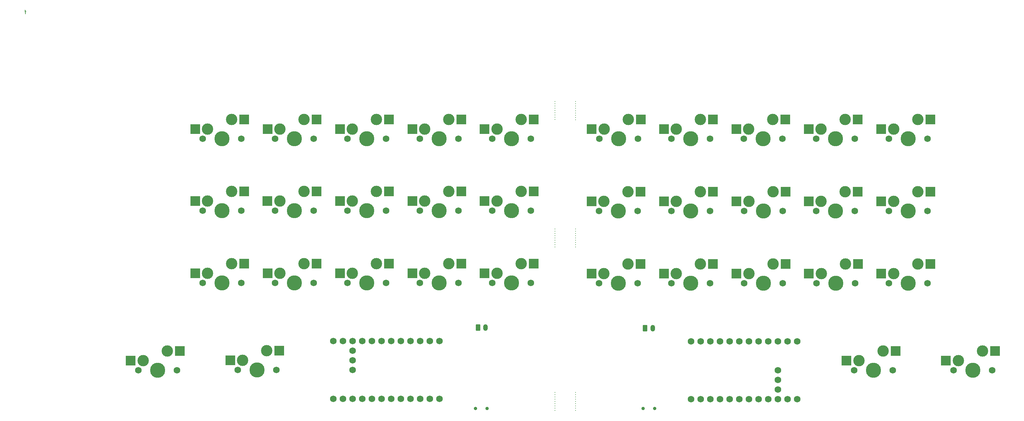
<source format=gbs>
G04 #@! TF.GenerationSoftware,KiCad,Pcbnew,(7.0.0)*
G04 #@! TF.CreationDate,2023-03-18T22:02:57+08:00*
G04 #@! TF.ProjectId,lul_left,6c756c5f-6c65-4667-942e-6b696361645f,rev?*
G04 #@! TF.SameCoordinates,Original*
G04 #@! TF.FileFunction,Soldermask,Bot*
G04 #@! TF.FilePolarity,Negative*
%FSLAX46Y46*%
G04 Gerber Fmt 4.6, Leading zero omitted, Abs format (unit mm)*
G04 Created by KiCad (PCBNEW (7.0.0)) date 2023-03-18 22:02:57*
%MOMM*%
%LPD*%
G01*
G04 APERTURE LIST*
G04 Aperture macros list*
%AMRoundRect*
0 Rectangle with rounded corners*
0 $1 Rounding radius*
0 $2 $3 $4 $5 $6 $7 $8 $9 X,Y pos of 4 corners*
0 Add a 4 corners polygon primitive as box body*
4,1,4,$2,$3,$4,$5,$6,$7,$8,$9,$2,$3,0*
0 Add four circle primitives for the rounded corners*
1,1,$1+$1,$2,$3*
1,1,$1+$1,$4,$5*
1,1,$1+$1,$6,$7*
1,1,$1+$1,$8,$9*
0 Add four rect primitives between the rounded corners*
20,1,$1+$1,$2,$3,$4,$5,0*
20,1,$1+$1,$4,$5,$6,$7,0*
20,1,$1+$1,$6,$7,$8,$9,0*
20,1,$1+$1,$8,$9,$2,$3,0*%
G04 Aperture macros list end*
%ADD10C,0.150000*%
%ADD11C,1.750000*%
%ADD12C,3.000000*%
%ADD13C,3.987800*%
%ADD14R,2.550000X2.500000*%
%ADD15C,0.300000*%
%ADD16C,0.900000*%
%ADD17C,1.752600*%
%ADD18RoundRect,0.250000X-0.350000X-0.625000X0.350000X-0.625000X0.350000X0.625000X-0.350000X0.625000X0*%
%ADD19O,1.200000X1.750000*%
G04 APERTURE END LIST*
D10*
X171428Y299285D02*
X-171428Y299285D01*
X42857Y-367380D02*
X42857Y489761D01*
X42857Y489761D02*
X0Y585000D01*
X0Y585000D02*
X-85714Y632619D01*
X-85714Y632619D02*
X-171428Y632619D01*
D11*
X244270000Y-94280000D03*
D12*
X245540000Y-91740000D03*
D13*
X249350000Y-94280000D03*
D12*
X251890000Y-89200000D03*
D11*
X254430000Y-94280000D03*
D14*
X242264999Y-91739999D03*
X255191999Y-89199999D03*
D15*
X139410000Y-28226250D03*
X139410000Y-27632500D03*
X139410000Y-27038750D03*
X139410000Y-26445000D03*
X139410000Y-25851250D03*
X139410000Y-25257500D03*
X139410000Y-24663750D03*
X139410000Y-24070000D03*
X139410000Y-23476250D03*
D11*
X122880000Y-71270000D03*
D12*
X124150000Y-68730000D03*
D13*
X127960000Y-71270000D03*
D12*
X130500000Y-66190000D03*
D11*
X133040000Y-71270000D03*
D14*
X120874999Y-68729999D03*
X133801999Y-66189999D03*
D11*
X170064120Y-71364437D03*
D12*
X171334120Y-68824437D03*
D13*
X175144120Y-71364437D03*
D12*
X177684120Y-66284437D03*
D11*
X180224120Y-71364437D03*
D14*
X168059119Y-68824436D03*
X180986119Y-66284436D03*
D15*
X144780000Y-28235000D03*
X144780000Y-27641250D03*
X144780000Y-27047500D03*
X144780000Y-26453750D03*
X144780000Y-25860000D03*
X144780000Y-25266250D03*
X144780000Y-24672500D03*
X144780000Y-24078750D03*
X144780000Y-23485000D03*
D11*
X218090000Y-94280000D03*
D12*
X219360000Y-91740000D03*
D13*
X223170000Y-94280000D03*
D12*
X225710000Y-89200000D03*
D11*
X228250000Y-94280000D03*
D14*
X216084999Y-91739999D03*
X229011999Y-89199999D03*
D11*
X84804654Y-33227042D03*
D12*
X86074654Y-30687042D03*
D13*
X89884654Y-33227042D03*
D12*
X92424654Y-28147042D03*
D11*
X94964654Y-33227042D03*
D14*
X82799653Y-30687041D03*
X95726653Y-28147041D03*
D11*
X103852654Y-33237042D03*
D12*
X105122654Y-30697042D03*
D13*
X108932654Y-33237042D03*
D12*
X111472654Y-28157042D03*
D11*
X114012654Y-33237042D03*
D14*
X101847653Y-30697041D03*
X114774653Y-28157041D03*
D11*
X170074120Y-33284437D03*
D12*
X171344120Y-30744437D03*
D13*
X175154120Y-33284437D03*
D12*
X177694120Y-28204437D03*
D11*
X180234120Y-33284437D03*
D14*
X168069119Y-30744436D03*
X180996119Y-28204436D03*
D11*
X189149120Y-71384437D03*
D12*
X190419120Y-68844437D03*
D13*
X194229120Y-71384437D03*
D12*
X196769120Y-66304437D03*
D11*
X199309120Y-71384437D03*
D14*
X187144119Y-68844436D03*
X200071119Y-66304436D03*
D11*
X46714654Y-33227042D03*
D12*
X47984654Y-30687042D03*
D13*
X51794654Y-33227042D03*
D12*
X54334654Y-28147042D03*
D11*
X56874654Y-33227042D03*
D14*
X44709653Y-30687041D03*
X57636653Y-28147041D03*
D11*
X55939654Y-94267042D03*
D12*
X57209654Y-91727042D03*
D13*
X61019654Y-94267042D03*
D12*
X63559654Y-89187042D03*
D11*
X66099654Y-94267042D03*
D14*
X53934653Y-91727041D03*
X66861653Y-89187041D03*
D11*
X151029120Y-33256937D03*
D12*
X152299120Y-30716937D03*
D13*
X156109120Y-33256937D03*
D12*
X158649120Y-28176937D03*
D11*
X161189120Y-33256937D03*
D14*
X149024119Y-30716936D03*
X161951119Y-28176936D03*
D11*
X151017120Y-52304437D03*
D12*
X152287120Y-49764437D03*
D13*
X156097120Y-52304437D03*
D12*
X158637120Y-47224437D03*
D11*
X161177120Y-52304437D03*
D14*
X149012119Y-49764436D03*
X161939119Y-47224436D03*
D11*
X189139120Y-52324437D03*
D12*
X190409120Y-49784437D03*
D13*
X194219120Y-52324437D03*
D12*
X196759120Y-47244437D03*
D11*
X199299120Y-52324437D03*
D14*
X187134119Y-49784436D03*
X200061119Y-47244436D03*
D11*
X84804654Y-71277042D03*
D12*
X86074654Y-68737042D03*
D13*
X89884654Y-71277042D03*
D12*
X92424654Y-66197042D03*
D11*
X94964654Y-71277042D03*
D14*
X82799653Y-68737041D03*
X95726653Y-66197041D03*
D16*
X162600549Y-104373882D03*
X165600549Y-104373882D03*
D15*
X144780000Y-61815000D03*
X144780000Y-61221250D03*
X144780000Y-60627500D03*
X144780000Y-60033750D03*
X144780000Y-59440000D03*
X144780000Y-58846250D03*
X144780000Y-58252500D03*
X144780000Y-57658750D03*
X144780000Y-57065000D03*
D11*
X208189120Y-71394437D03*
D12*
X209459120Y-68854437D03*
D13*
X213269120Y-71394437D03*
D12*
X215809120Y-66314437D03*
D11*
X218349120Y-71394437D03*
D14*
X206184119Y-68854436D03*
X219111119Y-66314436D03*
D11*
X84794654Y-52247042D03*
D12*
X86064654Y-49707042D03*
D13*
X89874654Y-52247042D03*
D12*
X92414654Y-47167042D03*
D11*
X94954654Y-52247042D03*
D14*
X82789653Y-49707041D03*
X95716653Y-47167041D03*
D11*
X208174120Y-52314437D03*
D12*
X209444120Y-49774437D03*
D13*
X213254120Y-52314437D03*
D12*
X215794120Y-47234437D03*
D11*
X218334120Y-52314437D03*
D14*
X206169119Y-49774436D03*
X219096119Y-47234436D03*
D11*
X103854654Y-52247042D03*
D12*
X105124654Y-49707042D03*
D13*
X108934654Y-52247042D03*
D12*
X111474654Y-47167042D03*
D11*
X114014654Y-52247042D03*
D14*
X101849653Y-49707041D03*
X114776653Y-47167041D03*
D11*
X29744654Y-94277042D03*
D12*
X31014654Y-91737042D03*
D13*
X34824654Y-94277042D03*
D12*
X37364654Y-89197042D03*
D11*
X39904654Y-94277042D03*
D14*
X27739653Y-91737041D03*
X40666653Y-89197041D03*
D17*
X108989654Y-86647042D03*
X106449654Y-86647042D03*
X103909654Y-86647042D03*
X101369654Y-86647042D03*
X98829654Y-86647042D03*
X96289654Y-86647042D03*
X93749654Y-86647042D03*
X91209654Y-86647042D03*
X88669654Y-86647042D03*
X86129654Y-86647042D03*
X83589654Y-86647042D03*
X81049654Y-86647042D03*
X81049654Y-101887042D03*
X83589654Y-101887042D03*
X86129654Y-101887042D03*
X88669654Y-101887042D03*
X91209654Y-101887042D03*
X93749654Y-101887042D03*
X96289654Y-101887042D03*
X98829654Y-101887042D03*
X101369654Y-101887042D03*
X103909654Y-101887042D03*
X106449654Y-101887042D03*
X108989654Y-101887042D03*
X86129654Y-89187042D03*
X86129654Y-91727042D03*
X86129654Y-94267042D03*
D11*
X65744654Y-71277042D03*
D12*
X67014654Y-68737042D03*
D13*
X70824654Y-71277042D03*
D12*
X73364654Y-66197042D03*
D11*
X75904654Y-71277042D03*
D14*
X63739653Y-68737041D03*
X76666653Y-66197041D03*
D11*
X46714654Y-52247042D03*
D12*
X47984654Y-49707042D03*
D13*
X51794654Y-52247042D03*
D12*
X54334654Y-47167042D03*
D11*
X56874654Y-52247042D03*
D14*
X44709653Y-49707041D03*
X57636653Y-47167041D03*
D11*
X227239120Y-52354437D03*
D12*
X228509120Y-49814437D03*
D13*
X232319120Y-52354437D03*
D12*
X234859120Y-47274437D03*
D11*
X237399120Y-52354437D03*
D14*
X225234119Y-49814436D03*
X238161119Y-47274436D03*
D11*
X189119120Y-33284437D03*
D12*
X190389120Y-30744437D03*
D13*
X194199120Y-33284437D03*
D12*
X196739120Y-28204437D03*
D11*
X199279120Y-33284437D03*
D14*
X187114119Y-30744436D03*
X200041119Y-28204436D03*
D11*
X170059120Y-52314437D03*
D12*
X171329120Y-49774437D03*
D13*
X175139120Y-52314437D03*
D12*
X177679120Y-47234437D03*
D11*
X180219120Y-52314437D03*
D14*
X168054119Y-49774436D03*
X180981119Y-47234436D03*
D15*
X139410000Y-61806250D03*
X139410000Y-61212500D03*
X139410000Y-60618750D03*
X139410000Y-60025000D03*
X139410000Y-59431250D03*
X139410000Y-58837500D03*
X139410000Y-58243750D03*
X139410000Y-57650000D03*
X139410000Y-57056250D03*
X139410000Y-104886250D03*
X139410000Y-104292500D03*
X139410000Y-103698750D03*
X139410000Y-103105000D03*
X139410000Y-102511250D03*
X139410000Y-101917500D03*
X139410000Y-101323750D03*
X139410000Y-100730000D03*
X139410000Y-100136250D03*
D18*
X119120000Y-83080000D03*
D19*
X121119999Y-83079999D03*
D11*
X46714654Y-71277042D03*
D12*
X47984654Y-68737042D03*
D13*
X51794654Y-71277042D03*
D12*
X54334654Y-66197042D03*
D11*
X56874654Y-71277042D03*
D14*
X44709653Y-68737041D03*
X57636653Y-66197041D03*
D11*
X227239120Y-71394437D03*
D12*
X228509120Y-68854437D03*
D13*
X232319120Y-71394437D03*
D12*
X234859120Y-66314437D03*
D11*
X237399120Y-71394437D03*
D14*
X225234119Y-68854436D03*
X238161119Y-66314436D03*
D11*
X151024120Y-71364437D03*
D12*
X152294120Y-68824437D03*
D13*
X156104120Y-71364437D03*
D12*
X158644120Y-66284437D03*
D11*
X161184120Y-71364437D03*
D14*
X149019119Y-68824436D03*
X161946119Y-66284436D03*
D11*
X227239120Y-33284437D03*
D12*
X228509120Y-30744437D03*
D13*
X232319120Y-33284437D03*
D12*
X234859120Y-28204437D03*
D11*
X237399120Y-33284437D03*
D14*
X225234119Y-30744436D03*
X238161119Y-28204436D03*
D11*
X65744654Y-33227042D03*
D12*
X67014654Y-30687042D03*
D13*
X70824654Y-33227042D03*
D12*
X73364654Y-28147042D03*
D11*
X75904654Y-33227042D03*
D14*
X63739653Y-30687041D03*
X76666653Y-28147041D03*
D17*
X175200000Y-101900000D03*
X177740000Y-101900000D03*
X180280000Y-101900000D03*
X182820000Y-101900000D03*
X185360000Y-101900000D03*
X187900000Y-101900000D03*
X190440000Y-101900000D03*
X192980000Y-101900000D03*
X195520000Y-101900000D03*
X198060000Y-101900000D03*
X200600000Y-101900000D03*
X203140000Y-101900000D03*
X203140000Y-86660000D03*
X200600000Y-86660000D03*
X198060000Y-86660000D03*
X195520000Y-86660000D03*
X192980000Y-86660000D03*
X190440000Y-86660000D03*
X187900000Y-86660000D03*
X185360000Y-86660000D03*
X182820000Y-86660000D03*
X180280000Y-86660000D03*
X177740000Y-86660000D03*
X175200000Y-86660000D03*
X198060000Y-99360000D03*
X198060000Y-96820000D03*
X198060000Y-94280000D03*
D11*
X122882654Y-33237042D03*
D12*
X124152654Y-30697042D03*
D13*
X127962654Y-33237042D03*
D12*
X130502654Y-28157042D03*
D11*
X133042654Y-33237042D03*
D14*
X120877653Y-30697041D03*
X133804653Y-28157041D03*
D11*
X122844654Y-52247042D03*
D12*
X124114654Y-49707042D03*
D13*
X127924654Y-52247042D03*
D12*
X130464654Y-47167042D03*
D11*
X133004654Y-52247042D03*
D14*
X120839653Y-49707041D03*
X133766653Y-47167041D03*
D16*
X118490000Y-104385000D03*
X121490000Y-104385000D03*
D18*
X163090000Y-83180000D03*
D19*
X165089999Y-83179999D03*
D15*
X144780000Y-104895000D03*
X144780000Y-104301250D03*
X144780000Y-103707500D03*
X144780000Y-103113750D03*
X144780000Y-102520000D03*
X144780000Y-101926250D03*
X144780000Y-101332500D03*
X144780000Y-100738750D03*
X144780000Y-100145000D03*
D11*
X103864654Y-71277042D03*
D12*
X105134654Y-68737042D03*
D13*
X108944654Y-71277042D03*
D12*
X111484654Y-66197042D03*
D11*
X114024654Y-71277042D03*
D14*
X101859653Y-68737041D03*
X114786653Y-66197041D03*
D11*
X65712654Y-52247042D03*
D12*
X66982654Y-49707042D03*
D13*
X70792654Y-52247042D03*
D12*
X73332654Y-47167042D03*
D11*
X75872654Y-52247042D03*
D14*
X63707653Y-49707041D03*
X76634653Y-47167041D03*
D11*
X208169120Y-33284437D03*
D12*
X209439120Y-30744437D03*
D13*
X213249120Y-33284437D03*
D12*
X215789120Y-28204437D03*
D11*
X218329120Y-33284437D03*
D14*
X206164119Y-30744436D03*
X219091119Y-28204436D03*
M02*

</source>
